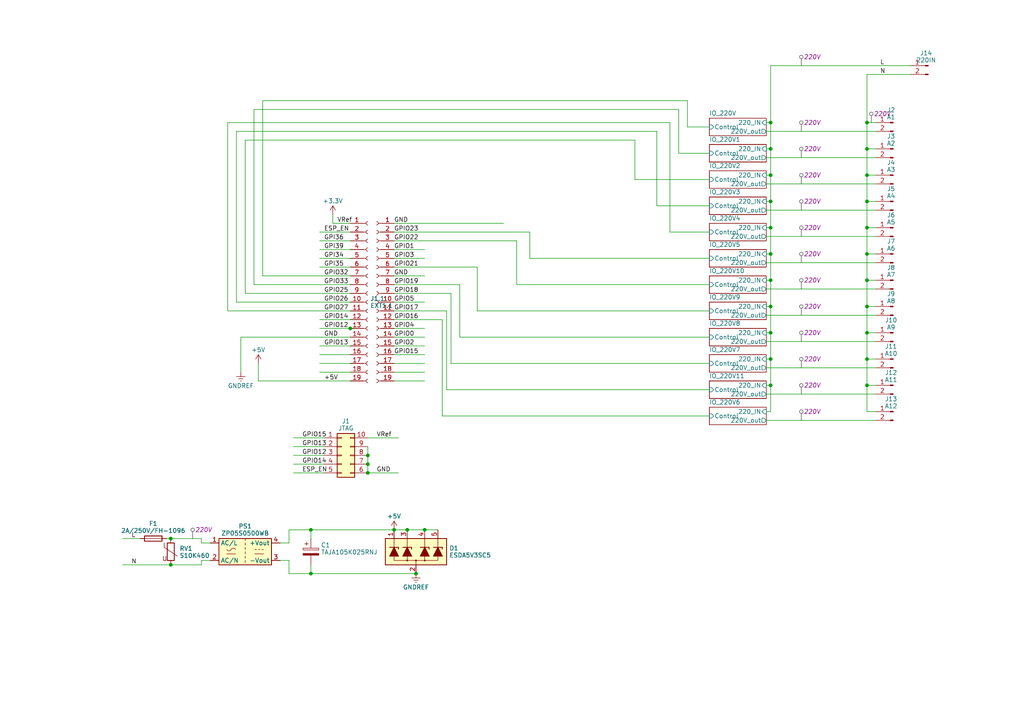
<source format=kicad_sch>
(kicad_sch (version 20230121) (generator eeschema)
  (paper "A4")
  (title_block (title "ISP32 Devkit LiPo Addon") (date "2023-09-20") (company "Wildsystems"))
  (lib_symbols
    (symbol "Capacitor_AKL:CP_SMD_Tantalum_Kemet-A_3216" (pin_numbers hide) (pin_names (offset 0.254))
      (property "Reference" "C" (at 0.635 2.54 0))
      (property "Value" "CP_SMD_Tantalum_Kemet-A_3216" (at 0.635 -2.54 0))
      (symbol "CP_SMD_Tantalum_Kemet-A_3216_0_1"
        (rectangle (start -2.286 0.508) (end 2.286 1.016))
        (polyline (pts (xy -1.778 2.286) (xy -0.762 2.286)))
        (polyline (pts (xy -1.27 2.794) (xy -1.27 1.778)))
        (rectangle (start 2.286 -0.508) (end -2.286 -1.016) (fill (type outline)))
      )
      (symbol "CP_SMD_Tantalum_Kemet-A_3216_1_1"
        (pin passive line (at 0 3.81 270) (length 2.794) (name "~") (number "1"))
        (pin passive line (at 0 -3.81 90) (length 2.794) (name "~") (number "2"))
      )
    )
    (symbol "Connector:Conn_01x02_Pin" (pin_names (offset 1.016) hide)
      (property "Reference" "J" (at 0 2.54 0))
      (property "Value" "Conn_01x02_Pin" (at 0 -5.08 0))
      (symbol "Conn_01x02_Pin_1_1"
        (polyline (pts (xy 1.27 -2.54) (xy 0.8636 -2.54)) (stroke (width 0.1524)))
        (polyline (pts (xy 1.27 0) (xy 0.8636 0)) (stroke (width 0.1524)))
        (rectangle (start 0.8636 -2.413) (end 0 -2.667) (stroke (width 0.1524)) (fill (type outline)))
        (rectangle (start 0.8636 0.127) (end 0 -0.127) (stroke (width 0.1524)) (fill (type outline)))
        (pin passive line (at 5.08 0 180) (length 3.81) (name "Pin_1") (number "1"))
        (pin passive line (at 5.08 -2.54 180) (length 3.81) (name "Pin_2") (number "2"))
      )
    )
    (symbol "Connector:Conn_01x19_Socket" (pin_names (offset 1.016) hide)
      (property "Reference" "J" (at 0 25.4 0))
      (property "Value" "Conn_01x19_Socket" (at 0 -25.4 0))
      (symbol "Conn_01x19_Socket_1_1"
        (arc (start 0 -22.352) (mid -0.5058 -22.86) (end 0 -23.368) (stroke (width 0.1524)))
        (arc (start 0 -19.812) (mid -0.5058 -20.32) (end 0 -20.828) (stroke (width 0.1524)))
        (arc (start 0 -17.272) (mid -0.5058 -17.78) (end 0 -18.288) (stroke (width 0.1524)))
        (arc (start 0 -14.732) (mid -0.5058 -15.24) (end 0 -15.748) (stroke (width 0.1524)))
        (arc (start 0 -12.192) (mid -0.5058 -12.7) (end 0 -13.208) (stroke (width 0.1524)))
        (arc (start 0 -9.652) (mid -0.5058 -10.16) (end 0 -10.668) (stroke (width 0.1524)))
        (arc (start 0 -7.112) (mid -0.5058 -7.62) (end 0 -8.128) (stroke (width 0.1524)))
        (arc (start 0 -4.572) (mid -0.5058 -5.08) (end 0 -5.588) (stroke (width 0.1524)))
        (arc (start 0 -2.032) (mid -0.5058 -2.54) (end 0 -3.048) (stroke (width 0.1524)))
        (polyline (pts (xy -1.27 -22.86) (xy -0.508 -22.86)) (stroke (width 0.1524)))
        (polyline (pts (xy -1.27 -20.32) (xy -0.508 -20.32)) (stroke (width 0.1524)))
        (polyline (pts (xy -1.27 -17.78) (xy -0.508 -17.78)) (stroke (width 0.1524)))
        (polyline (pts (xy -1.27 -15.24) (xy -0.508 -15.24)) (stroke (width 0.1524)))
        (polyline (pts (xy -1.27 -12.7) (xy -0.508 -12.7)) (stroke (width 0.1524)))
        (polyline (pts (xy -1.27 -10.16) (xy -0.508 -10.16)) (stroke (width 0.1524)))
        (polyline (pts (xy -1.27 -7.62) (xy -0.508 -7.62)) (stroke (width 0.1524)))
        (polyline (pts (xy -1.27 -5.08) (xy -0.508 -5.08)) (stroke (width 0.1524)))
        (polyline (pts (xy -1.27 -2.54) (xy -0.508 -2.54)) (stroke (width 0.1524)))
        (polyline (pts (xy -1.27 0) (xy -0.508 0)) (stroke (width 0.1524)))
        (polyline (pts (xy -1.27 2.54) (xy -0.508 2.54)) (stroke (width 0.1524)))
        (polyline (pts (xy -1.27 5.08) (xy -0.508 5.08)) (stroke (width 0.1524)))
        (polyline (pts (xy -1.27 7.62) (xy -0.508 7.62)) (stroke (width 0.1524)))
        (polyline (pts (xy -1.27 10.16) (xy -0.508 10.16)) (stroke (width 0.1524)))
        (polyline (pts (xy -1.27 12.7) (xy -0.508 12.7)) (stroke (width 0.1524)))
        (polyline (pts (xy -1.27 15.24) (xy -0.508 15.24)) (stroke (width 0.1524)))
        (polyline (pts (xy -1.27 17.78) (xy -0.508 17.78)) (stroke (width 0.1524)))
        (polyline (pts (xy -1.27 20.32) (xy -0.508 20.32)) (stroke (width 0.1524)))
        (polyline (pts (xy -1.27 22.86) (xy -0.508 22.86)) (stroke (width 0.1524)))
        (arc (start 0 0.508) (mid -0.5058 0) (end 0 -0.508) (stroke (width 0.1524)))
        (arc (start 0 3.048) (mid -0.5058 2.54) (end 0 2.032) (stroke (width 0.1524)))
        (arc (start 0 5.588) (mid -0.5058 5.08) (end 0 4.572) (stroke (width 0.1524)))
        (arc (start 0 8.128) (mid -0.5058 7.62) (end 0 7.112) (stroke (width 0.1524)))
        (arc (start 0 10.668) (mid -0.5058 10.16) (end 0 9.652) (stroke (width 0.1524)))
        (arc (start 0 13.208) (mid -0.5058 12.7) (end 0 12.192) (stroke (width 0.1524)))
        (arc (start 0 15.748) (mid -0.5058 15.24) (end 0 14.732) (stroke (width 0.1524)))
        (arc (start 0 18.288) (mid -0.5058 17.78) (end 0 17.272) (stroke (width 0.1524)))
        (arc (start 0 20.828) (mid -0.5058 20.32) (end 0 19.812) (stroke (width 0.1524)))
        (arc (start 0 23.368) (mid -0.5058 22.86) (end 0 22.352) (stroke (width 0.1524)))
        (pin passive line (at -5.08 22.86 0) (length 3.81) (name "Pin_1") (number "1"))
        (pin passive line (at -5.08 0 0) (length 3.81) (name "Pin_10") (number "10"))
        (pin passive line (at -5.08 -2.54 0) (length 3.81) (name "Pin_11") (number "11"))
        (pin passive line (at -5.08 -5.08 0) (length 3.81) (name "Pin_12") (number "12"))
        (pin passive line (at -5.08 -7.62 0) (length 3.81) (name "Pin_13") (number "13"))
        (pin passive line (at -5.08 -10.16 0) (length 3.81) (name "Pin_14") (number "14"))
        (pin passive line (at -5.08 -12.7 0) (length 3.81) (name "Pin_15") (number "15"))
        (pin passive line (at -5.08 -15.24 0) (length 3.81) (name "Pin_16") (number "16"))
        (pin passive line (at -5.08 -17.78 0) (length 3.81) (name "Pin_17") (number "17"))
        (pin passive line (at -5.08 -20.32 0) (length 3.81) (name "Pin_18") (number "18"))
        (pin passive line (at -5.08 -22.86 0) (length 3.81) (name "Pin_19") (number "19"))
        (pin passive line (at -5.08 20.32 0) (length 3.81) (name "Pin_2") (number "2"))
        (pin passive line (at -5.08 17.78 0) (length 3.81) (name "Pin_3") (number "3"))
        (pin passive line (at -5.08 15.24 0) (length 3.81) (name "Pin_4") (number "4"))
        (pin passive line (at -5.08 12.7 0) (length 3.81) (name "Pin_5") (number "5"))
        (pin passive line (at -5.08 10.16 0) (length 3.81) (name "Pin_6") (number "6"))
        (pin passive line (at -5.08 7.62 0) (length 3.81) (name "Pin_7") (number "7"))
        (pin passive line (at -5.08 5.08 0) (length 3.81) (name "Pin_8") (number "8"))
        (pin passive line (at -5.08 2.54 0) (length 3.81) (name "Pin_9") (number "9"))
      )
    )
    (symbol "Connector_Generic:Conn_02x05_Counter_Clockwise" (pin_names (offset 1.016) hide)
      (property "Reference" "J" (at 1.27 7.62 0))
      (property "Value" "Conn_02x05_Counter_Clockwise" (at 1.27 -7.62 0))
      (symbol "Conn_02x05_Counter_Clockwise_1_1"
        (rectangle (start -1.27 -4.953) (end 0 -5.207) (stroke (width 0.1524)))
        (rectangle (start -1.27 -2.413) (end 0 -2.667) (stroke (width 0.1524)))
        (rectangle (start -1.27 0.127) (end 0 -0.127) (stroke (width 0.1524)))
        (rectangle (start -1.27 2.667) (end 0 2.413) (stroke (width 0.1524)))
        (rectangle (start -1.27 5.207) (end 0 4.953) (stroke (width 0.1524)))
        (rectangle (start -1.27 6.35) (end 3.81 -6.35) (stroke (width 0.254)) (fill (type background)))
        (rectangle (start 3.81 -4.953) (end 2.54 -5.207) (stroke (width 0.1524)))
        (rectangle (start 3.81 -2.413) (end 2.54 -2.667) (stroke (width 0.1524)))
        (rectangle (start 3.81 0.127) (end 2.54 -0.127) (stroke (width 0.1524)))
        (rectangle (start 3.81 2.667) (end 2.54 2.413) (stroke (width 0.1524)))
        (rectangle (start 3.81 5.207) (end 2.54 4.953) (stroke (width 0.1524)))
        (pin passive line (at -5.08 5.08 0) (length 3.81) (name "Pin_1") (number "1"))
        (pin passive line (at 7.62 5.08 180) (length 3.81) (name "Pin_10") (number "10"))
        (pin passive line (at -5.08 2.54 0) (length 3.81) (name "Pin_2") (number "2"))
        (pin passive line (at -5.08 0 0) (length 3.81) (name "Pin_3") (number "3"))
        (pin passive line (at -5.08 -2.54 0) (length 3.81) (name "Pin_4") (number "4"))
        (pin passive line (at -5.08 -5.08 0) (length 3.81) (name "Pin_5") (number "5"))
        (pin passive line (at 7.62 -5.08 180) (length 3.81) (name "Pin_6") (number "6"))
        (pin passive line (at 7.62 -2.54 180) (length 3.81) (name "Pin_7") (number "7"))
        (pin passive line (at 7.62 0 180) (length 3.81) (name "Pin_8") (number "8"))
        (pin passive line (at 7.62 2.54 180) (length 3.81) (name "Pin_9") (number "9"))
      )
    )
    (symbol "Converter_ACDC:HLK-5M03"
      (property "Reference" "PS" (at 0 5.08 0))
      (property "Value" "HLK-5M03" (at 0 -5.08 0))
      (symbol "HLK-5M03_0_1"
        (rectangle (start -7.62 3.81) (end 7.62 -3.81) (stroke (width 0.254)) (fill (type background)))
        (arc (start -5.334 0.635) (mid -4.699 0.2495) (end -4.064 0.635))
        (arc (start -2.794 0.635) (mid -3.429 1.0072) (end -4.064 0.635))
        (polyline (pts (xy -5.334 -0.635) (xy -2.794 -0.635)))
        (polyline (pts (xy 0 -2.54) (xy 0 -3.175)))
        (polyline (pts (xy 0 -1.27) (xy 0 -1.905)))
        (polyline (pts (xy 0 0) (xy 0 -0.635)))
        (polyline (pts (xy 0 1.27) (xy 0 0.635)))
        (polyline (pts (xy 0 2.54) (xy 0 1.905)))
        (polyline (pts (xy 0 3.81) (xy 0 3.175)))
        (polyline (pts (xy 2.794 -0.635) (xy 5.334 -0.635)))
        (polyline (pts (xy 2.794 0.635) (xy 3.302 0.635)))
        (polyline (pts (xy 3.81 0.635) (xy 4.318 0.635)))
        (polyline (pts (xy 4.826 0.635) (xy 5.334 0.635)))
      )
      (symbol "HLK-5M03_1_1"
        (pin power_in line (at -10.16 2.54 0) (length 2.54) (name "AC/L") (number "1"))
        (pin power_in line (at -10.16 -2.54 0) (length 2.54) (name "AC/N") (number "2"))
        (pin power_out line (at 10.16 -2.54 180) (length 2.54) (name "-Vout") (number "3"))
        (pin power_out line (at 10.16 2.54 180) (length 2.54) (name "+Vout") (number "4"))
      )
    )
    (symbol "Device:Fuse" (pin_numbers hide) (pin_names (offset 0))
      (property "Reference" "F" (at 2.032 0 90))
      (property "Value" "Fuse" (at -1.905 0 90))
      (symbol "Fuse_0_1"
        (rectangle (start -0.762 -2.54) (end 0.762 2.54) (stroke (width 0.254)))
        (polyline (pts (xy 0 2.54) (xy 0 -2.54)))
      )
      (symbol "Fuse_1_1"
        (pin passive line (at 0 3.81 270) (length 1.27) (name "~") (number "1"))
        (pin passive line (at 0 -3.81 90) (length 1.27) (name "~") (number "2"))
      )
    )
    (symbol "Device:Varistor" (pin_numbers hide) (pin_names (offset 0))
      (property "Reference" "RV" (at 3.175 0 90))
      (property "Value" "Varistor" (at -3.175 0 90))
      (symbol "Varistor_0_0"
        (text "U" (at -1.778 -2.032 0) (effects (font (size 1.27 1.27))))
      )
      (symbol "Varistor_0_1"
        (rectangle (start -1.016 -2.54) (end 1.016 2.54) (stroke (width 0.254)))
        (polyline (pts (xy -1.905 2.54) (xy -1.905 1.27) (xy 1.905 -1.27)))
      )
      (symbol "Varistor_1_1"
        (pin passive line (at 0 3.81 270) (length 1.27) (name "~") (number "1"))
        (pin passive line (at 0 -3.81 90) (length 1.27) (name "~") (number "2"))
      )
    )
    (symbol "PCM_Diode_TVS_AKL:ESDA5V3SC5" (pin_names (offset 1.016) hide)
      (property "Reference" "D" (at 10.16 1.27 0))
      (property "Value" "ESDA5V3SC5" (at 10.16 -1.27 0))
      (symbol "ESDA5V3SC5_0_1"
        (circle (center -2.54 -2.54) (radius 0.1778) (fill (type outline)))
        (circle (center 0 -2.54) (radius 0.1778) (fill (type outline)))
        (polyline (pts (xy -6.35 1.27) (xy -6.35 2.54)))
        (polyline (pts (xy -6.35 2.54) (xy -6.35 3.81)))
        (polyline (pts (xy -2.54 -2.54) (xy -2.54 -1.27)))
        (polyline (pts (xy -2.54 1.27) (xy -2.54 2.54)))
        (polyline (pts (xy -2.54 2.54) (xy -2.54 3.81)))
        (polyline (pts (xy 0 -3.81) (xy 0 -2.54)))
        (polyline (pts (xy 2.54 -2.54) (xy 2.54 -1.27)))
        (polyline (pts (xy 2.54 1.27) (xy 2.54 2.54)))
        (polyline (pts (xy 2.54 2.54) (xy 2.54 3.81)))
        (polyline (pts (xy 6.35 1.27) (xy 6.35 2.54)))
        (polyline (pts (xy 6.35 2.54) (xy 6.35 3.81)))
        (polyline (pts (xy 6.35 -1.27) (xy 6.35 -2.54) (xy -6.35 -2.54) (xy -6.35 -1.27)))
        (circle (center 2.54 -2.54) (radius 0.1778) (fill (type outline)))
        (rectangle (start 8.89 3.81) (end -8.89 -3.81) (stroke (width 0.254)) (fill (type background)))
      )
      (symbol "ESDA5V3SC5_1_1"
        (polyline (pts (xy -7.62 1.27) (xy -5.08 1.27)) (stroke (width 0.254)))
        (polyline (pts (xy -6.35 -1.27) (xy -6.35 1.27)))
        (polyline (pts (xy -5.08 1.27) (xy -5.08 0.762)) (stroke (width 0.254)))
        (polyline (pts (xy -3.81 1.27) (xy -1.27 1.27)) (stroke (width 0.254)))
        (polyline (pts (xy -2.54 -1.27) (xy -2.54 1.27)))
        (polyline (pts (xy -1.27 1.27) (xy -1.27 0.762)) (stroke (width 0.254)))
        (polyline (pts (xy 1.27 1.27) (xy 3.81 1.27)) (stroke (width 0.254)))
        (polyline (pts (xy 2.54 -1.27) (xy 2.54 1.27)))
        (polyline (pts (xy 3.81 1.27) (xy 3.81 0.762)) (stroke (width 0.254)))
        (polyline (pts (xy 5.08 1.27) (xy 7.62 1.27)) (stroke (width 0.254)))
        (polyline (pts (xy 6.35 -1.27) (xy 6.35 1.27)))
        (polyline (pts (xy 7.62 1.27) (xy 7.62 0.762)) (stroke (width 0.254)))
        (polyline (pts (xy -5.08 -1.27) (xy -7.62 -1.27) (xy -6.35 1.27) (xy -5.08 -1.27)) (stroke (width 0.254)) (fill (type outline)))
        (polyline (pts (xy -1.27 -1.27) (xy -3.81 -1.27) (xy -2.54 1.27) (xy -1.27 -1.27)) (stroke (width 0.254)) (fill (type outline)))
        (polyline (pts (xy 3.81 -1.27) (xy 1.27 -1.27) (xy 2.54 1.27) (xy 3.81 -1.27)) (stroke (width 0.254)) (fill (type outline)))
        (polyline (pts (xy 7.62 -1.27) (xy 5.08 -1.27) (xy 6.35 1.27) (xy 7.62 -1.27)) (stroke (width 0.254)) (fill (type outline)))
        (pin passive line (at -6.35 6.35 270) (length 2.54) (name "L1") (number "1"))
        (pin passive line (at 0 -6.35 90) (length 2.54) (name "VN") (number "2"))
        (pin passive line (at -2.54 6.35 270) (length 2.54) (name "L2") (number "3"))
        (pin passive line (at 2.54 6.35 270) (length 2.54) (name "L3") (number "4"))
        (pin passive line (at 6.35 6.35 270) (length 2.54) (name "L4") (number "5"))
      )
    )
    (symbol "power:+3.3V" (power) (pin_names (offset 0))
      (property "Value" "+3.3V" (at 0 3.556 0))
      (symbol "+3.3V_0_1"
        (polyline (pts (xy -0.762 1.27) (xy 0 2.54)))
        (polyline (pts (xy 0 0) (xy 0 2.54)))
        (polyline (pts (xy 0 2.54) (xy 0.762 1.27)))
      )
      (symbol "+3.3V_1_1"
        (pin power_in line (at 0 0 90) (length 0) hide (name "+3.3V") (number "1"))
      )
    )
    (symbol "power:+5V" (power) (pin_names (offset 0))
      (property "Value" "+5V" (at 0 3.556 0))
      (symbol "+5V_0_1"
        (polyline (pts (xy -0.762 1.27) (xy 0 2.54)))
        (polyline (pts (xy 0 0) (xy 0 2.54)))
        (polyline (pts (xy 0 2.54) (xy 0.762 1.27)))
      )
      (symbol "+5V_1_1"
        (pin power_in line (at 0 0 90) (length 0) hide (name "+5V") (number "1"))
      )
    )
    (symbol "power:GNDREF" (power) (pin_names (offset 0))
      (property "Value" "GNDREF" (at 0 -3.81 0))
      (symbol "GNDREF_0_1"
        (polyline (pts (xy -0.635 -1.905) (xy 0.635 -1.905)))
        (polyline (pts (xy -0.127 -2.54) (xy 0.127 -2.54)))
        (polyline (pts (xy 0 -1.27) (xy 0 0)))
        (polyline (pts (xy 1.27 -1.27) (xy -1.27 -1.27)))
      )
      (symbol "GNDREF_1_1"
        (pin power_in line (at 0 0 270) (length 0) hide (name "GNDREF") (number "1"))
      )
    )
  )
  (junction (at 90.17 153.67))
  (junction (at 251.46 50.8))
  (junction (at 251.46 96.52))
  (junction (at 223.52 35.56))
  (junction (at 123.19 153.67))
  (junction (at 251.46 81.28))
  (junction (at 120.65 166.37))
  (junction (at 251.46 73.66))
  (junction (at 251.46 66.04))
  (junction (at 118.11 153.67))
  (junction (at 223.52 58.42))
  (junction (at 223.52 96.52))
  (junction (at 49.53 156.21))
  (junction (at 251.46 111.76))
  (junction (at 251.46 43.18))
  (junction (at 223.52 50.8))
  (junction (at 106.68 132.08))
  (junction (at 223.52 111.76))
  (junction (at 223.52 73.66))
  (junction (at 251.46 88.9))
  (junction (at 223.52 88.9))
  (junction (at 251.46 104.14))
  (junction (at 106.68 137.16))
  (junction (at 251.46 35.56))
  (junction (at 106.68 134.62))
  (junction (at 101.6 95.25))
  (junction (at 90.17 166.37))
  (junction (at 49.53 163.83))
  (junction (at 223.52 43.18))
  (junction (at 223.52 66.04))
  (junction (at 114.3 153.67))
  (junction (at 223.52 81.28))
  (junction (at 251.46 58.42))
  (junction (at 223.52 104.14))
  (wire (pts (xy 190.5 59.69) (xy 205.74 59.69)))
  (wire (pts (xy 223.52 119.38) (xy 222.25 119.38)))
  (wire (pts (xy 90.17 153.67) (xy 90.17 156.21)))
  (wire (pts (xy 68.58 87.63) (xy 101.6 87.63)))
  (wire (pts (xy 58.42 163.83) (xy 58.42 162.56)))
  (wire (pts (xy 149.86 82.55) (xy 205.74 82.55)))
  (wire (pts (xy 133.35 82.55) (xy 133.35 97.79)))
  (wire (pts (xy 73.66 31.75) (xy 196.85 31.75)))
  (wire (pts (xy 58.42 162.56) (xy 60.96 162.56)))
  (wire (pts (xy 83.82 162.56) (xy 83.82 166.37)))
  (wire (pts (xy 222.25 50.8) (xy 223.52 50.8)))
  (wire (pts (xy 123.19 105.41) (xy 114.3 105.41)))
  (wire (pts (xy 35.56 163.83) (xy 49.53 163.83)))
  (wire (pts (xy 223.52 66.04) (xy 223.52 73.66)))
  (wire (pts (xy 194.31 35.56) (xy 194.31 67.31)))
  (wire (pts (xy 251.46 96.52) (xy 251.46 104.14)))
  (wire (pts (xy 251.46 111.76) (xy 251.46 119.38)))
  (wire (pts (xy 223.52 19.05) (xy 223.52 35.56)))
  (wire (pts (xy 222.25 104.14) (xy 223.52 104.14)))
  (wire (pts (xy 223.52 35.56) (xy 223.52 43.18)))
  (wire (pts (xy 222.25 43.18) (xy 223.52 43.18)))
  (wire (pts (xy 251.46 50.8) (xy 254 50.8)))
  (wire (pts (xy 58.42 157.48) (xy 60.96 157.48)))
  (wire (pts (xy 222.25 91.44) (xy 254 91.44)))
  (wire (pts (xy 251.46 104.14) (xy 251.46 111.76)))
  (wire (pts (xy 251.46 66.04) (xy 251.46 73.66)))
  (wire (pts (xy 251.46 58.42) (xy 254 58.42)))
  (wire (pts (xy 251.46 66.04) (xy 254 66.04)))
  (wire (pts (xy 222.25 96.52) (xy 223.52 96.52)))
  (wire (pts (xy 123.19 72.39) (xy 114.3 72.39)))
  (wire (pts (xy 114.3 85.09) (xy 130.81 85.09)))
  (wire (pts (xy 223.52 96.52) (xy 223.52 104.14)))
  (wire (pts (xy 92.71 95.25) (xy 101.6 95.25)))
  (wire (pts (xy 251.46 35.56) (xy 251.46 43.18)))
  (wire (pts (xy 48.26 156.21) (xy 49.53 156.21)))
  (wire (pts (xy 71.12 85.09) (xy 101.6 85.09)))
  (wire (pts (xy 123.19 95.25) (xy 114.3 95.25)))
  (wire (pts (xy 223.52 111.76) (xy 223.52 119.38)))
  (wire (pts (xy 138.43 77.47) (xy 138.43 90.17)))
  (wire (pts (xy 223.52 88.9) (xy 223.52 96.52)))
  (wire (pts (xy 92.71 102.87) (xy 101.6 102.87)))
  (wire (pts (xy 49.53 156.21) (xy 58.42 156.21)))
  (wire (pts (xy 83.82 166.37) (xy 90.17 166.37)))
  (wire (pts (xy 251.46 119.38) (xy 254 119.38)))
  (wire (pts (xy 222.25 60.96) (xy 254 60.96)))
  (wire (pts (xy 114.3 92.71) (xy 128.27 92.71)))
  (wire (pts (xy 222.25 73.66) (xy 223.52 73.66)))
  (wire (pts (xy 69.85 107.95) (xy 69.85 97.79)))
  (wire (pts (xy 123.19 153.67) (xy 118.11 153.67)))
  (wire (pts (xy 76.2 29.21) (xy 76.2 80.01)))
  (wire (pts (xy 92.71 69.85) (xy 101.6 69.85)))
  (wire (pts (xy 222.25 66.04) (xy 223.52 66.04)))
  (wire (pts (xy 123.19 97.79) (xy 114.3 97.79)))
  (wire (pts (xy 101.6 92.71) (xy 92.71 92.71)))
  (wire (pts (xy 66.04 35.56) (xy 194.31 35.56)))
  (wire (pts (xy 115.57 127) (xy 106.68 127)))
  (wire (pts (xy 49.53 163.83) (xy 58.42 163.83)))
  (wire (pts (xy 130.81 105.41) (xy 205.74 105.41)))
  (wire (pts (xy 222.25 76.2) (xy 254 76.2)))
  (wire (pts (xy 92.71 77.47) (xy 101.6 77.47)))
  (wire (pts (xy 222.25 99.06) (xy 254 99.06)))
  (wire (pts (xy 251.46 73.66) (xy 251.46 81.28)))
  (wire (pts (xy 149.86 69.85) (xy 149.86 82.55)))
  (wire (pts (xy 153.67 74.93) (xy 205.74 74.93)))
  (wire (pts (xy 123.19 153.67) (xy 127 153.67)))
  (wire (pts (xy 74.93 110.49) (xy 101.6 110.49)))
  (wire (pts (xy 76.2 29.21) (xy 199.39 29.21)))
  (wire (pts (xy 251.46 50.8) (xy 251.46 58.42)))
  (wire (pts (xy 58.42 156.21) (xy 58.42 157.48)))
  (wire (pts (xy 92.71 67.31) (xy 101.6 67.31)))
  (wire (pts (xy 106.68 129.54) (xy 106.68 132.08)))
  (wire (pts (xy 96.52 64.77) (xy 101.6 64.77)))
  (wire (pts (xy 222.25 83.82) (xy 254 83.82)))
  (wire (pts (xy 184.15 40.64) (xy 184.15 52.07)))
  (wire (pts (xy 114.3 69.85) (xy 149.86 69.85)))
  (wire (pts (xy 129.54 113.03) (xy 205.74 113.03)))
  (wire (pts (xy 71.12 85.09) (xy 71.12 40.64)))
  (wire (pts (xy 90.17 153.67) (xy 114.3 153.67)))
  (wire (pts (xy 184.15 52.07) (xy 205.74 52.07)))
  (wire (pts (xy 190.5 38.1) (xy 190.5 59.69)))
  (wire (pts (xy 199.39 29.21) (xy 199.39 36.83)))
  (wire (pts (xy 223.52 43.18) (xy 223.52 50.8)))
  (wire (pts (xy 83.82 157.48) (xy 83.82 153.67)))
  (wire (pts (xy 129.54 90.17) (xy 129.54 113.03)))
  (wire (pts (xy 85.09 132.08) (xy 93.98 132.08)))
  (wire (pts (xy 114.3 82.55) (xy 133.35 82.55)))
  (wire (pts (xy 223.52 50.8) (xy 223.52 58.42)))
  (wire (pts (xy 196.85 31.75) (xy 196.85 44.45)))
  (wire (pts (xy 223.52 19.05) (xy 264.16 19.05)))
  (wire (pts (xy 199.39 36.83) (xy 205.74 36.83)))
  (wire (pts (xy 123.19 107.95) (xy 114.3 107.95)))
  (wire (pts (xy 118.11 153.67) (xy 114.3 153.67)))
  (wire (pts (xy 71.12 40.64) (xy 184.15 40.64)))
  (wire (pts (xy 123.19 102.87) (xy 114.3 102.87)))
  (wire (pts (xy 92.71 107.95) (xy 101.6 107.95)))
  (wire (pts (xy 222.25 45.72) (xy 254 45.72)))
  (wire (pts (xy 222.25 38.1) (xy 254 38.1)))
  (wire (pts (xy 106.68 132.08) (xy 106.68 134.62)))
  (wire (pts (xy 90.17 163.83) (xy 90.17 166.37)))
  (wire (pts (xy 114.3 67.31) (xy 153.67 67.31)))
  (wire (pts (xy 68.58 38.1) (xy 190.5 38.1)))
  (wire (pts (xy 123.19 87.63) (xy 114.3 87.63)))
  (wire (pts (xy 251.46 111.76) (xy 254 111.76)))
  (wire (pts (xy 85.09 137.16) (xy 93.98 137.16)))
  (wire (pts (xy 251.46 21.59) (xy 251.46 35.56)))
  (wire (pts (xy 92.71 105.41) (xy 101.6 105.41)))
  (wire (pts (xy 153.67 67.31) (xy 153.67 74.93)))
  (wire (pts (xy 90.17 166.37) (xy 120.65 166.37)))
  (wire (pts (xy 73.66 82.55) (xy 101.6 82.55)))
  (wire (pts (xy 68.58 38.1) (xy 68.58 87.63)))
  (wire (pts (xy 222.25 58.42) (xy 223.52 58.42)))
  (wire (pts (xy 251.46 88.9) (xy 251.46 96.52)))
  (wire (pts (xy 83.82 153.67) (xy 90.17 153.67)))
  (wire (pts (xy 96.52 62.23) (xy 96.52 64.77)))
  (wire (pts (xy 222.25 106.68) (xy 254 106.68)))
  (wire (pts (xy 133.35 97.79) (xy 205.74 97.79)))
  (wire (pts (xy 222.25 68.58) (xy 254 68.58)))
  (wire (pts (xy 92.71 74.93) (xy 101.6 74.93)))
  (wire (pts (xy 251.46 73.66) (xy 254 73.66)))
  (wire (pts (xy 66.04 90.17) (xy 66.04 35.56)))
  (wire (pts (xy 223.52 104.14) (xy 223.52 111.76)))
  (wire (pts (xy 81.28 162.56) (xy 83.82 162.56)))
  (wire (pts (xy 92.71 72.39) (xy 101.6 72.39)))
  (wire (pts (xy 251.46 96.52) (xy 254 96.52)))
  (wire (pts (xy 106.68 137.16) (xy 115.57 137.16)))
  (wire (pts (xy 102.87 95.25) (xy 101.6 95.25)))
  (wire (pts (xy 251.46 88.9) (xy 254 88.9)))
  (wire (pts (xy 138.43 90.17) (xy 205.74 90.17)))
  (wire (pts (xy 223.52 73.66) (xy 223.52 81.28)))
  (wire (pts (xy 73.66 31.75) (xy 73.66 82.55)))
  (wire (pts (xy 114.3 90.17) (xy 129.54 90.17)))
  (wire (pts (xy 76.2 80.01) (xy 101.6 80.01)))
  (wire (pts (xy 251.46 35.56) (xy 254 35.56)))
  (wire (pts (xy 123.19 80.01) (xy 114.3 80.01)))
  (wire (pts (xy 66.04 90.17) (xy 101.6 90.17)))
  (wire (pts (xy 69.85 97.79) (xy 101.6 97.79)))
  (wire (pts (xy 222.25 81.28) (xy 223.52 81.28)))
  (wire (pts (xy 251.46 43.18) (xy 251.46 50.8)))
  (wire (pts (xy 222.25 88.9) (xy 223.52 88.9)))
  (wire (pts (xy 35.56 156.21) (xy 40.64 156.21)))
  (wire (pts (xy 251.46 58.42) (xy 251.46 66.04)))
  (wire (pts (xy 222.25 111.76) (xy 223.52 111.76)))
  (wire (pts (xy 130.81 85.09) (xy 130.81 105.41)))
  (wire (pts (xy 92.71 100.33) (xy 101.6 100.33)))
  (wire (pts (xy 74.93 105.41) (xy 74.93 110.49)))
  (wire (pts (xy 223.52 58.42) (xy 223.52 66.04)))
  (wire (pts (xy 106.68 134.62) (xy 106.68 137.16)))
  (wire (pts (xy 194.31 67.31) (xy 205.74 67.31)))
  (wire (pts (xy 114.3 64.77) (xy 146.05 64.77)))
  (wire (pts (xy 251.46 43.18) (xy 254 43.18)))
  (wire (pts (xy 85.09 127) (xy 93.98 127)))
  (wire (pts (xy 251.46 104.14) (xy 254 104.14)))
  (wire (pts (xy 222.25 35.56) (xy 223.52 35.56)))
  (wire (pts (xy 114.3 77.47) (xy 138.43 77.47)))
  (wire (pts (xy 196.85 44.45) (xy 205.74 44.45)))
  (wire (pts (xy 85.09 134.62) (xy 93.98 134.62)))
  (wire (pts (xy 222.25 121.92) (xy 254 121.92)))
  (wire (pts (xy 85.09 129.54) (xy 93.98 129.54)))
  (wire (pts (xy 251.46 81.28) (xy 251.46 88.9)))
  (wire (pts (xy 222.25 53.34) (xy 254 53.34)))
  (wire (pts (xy 128.27 92.71) (xy 128.27 120.65)))
  (wire (pts (xy 123.19 74.93) (xy 114.3 74.93)))
  (wire (pts (xy 123.19 100.33) (xy 114.3 100.33)))
  (wire (pts (xy 123.19 110.49) (xy 114.3 110.49)))
  (wire (pts (xy 222.25 114.3) (xy 254 114.3)))
  (wire (pts (xy 81.28 157.48) (xy 83.82 157.48)))
  (wire (pts (xy 128.27 120.65) (xy 205.74 120.65)))
  (wire (pts (xy 251.46 81.28) (xy 254 81.28)))
  (wire (pts (xy 251.46 21.59) (xy 264.16 21.59)))
  (wire (pts (xy 223.52 81.28) (xy 223.52 88.9)))
  (label "+5V" (at 93.98 110.49 0))
  (label "GPIO12" (at 93.98 95.25 0))
  (label "GPIO16" (at 114.3 92.71 0))
  (label "GPIO33" (at 93.98 82.55 0))
  (label "GPIO15" (at 114.3 102.87 0))
  (label "VRef" (at 97.79 64.77 0))
  (label "GPIO5" (at 114.3 87.63 0))
  (label "GND" (at 93.98 97.79 0))
  (label "L" (at 255.27 19.05 0))
  (label "GPIO13" (at 87.63 129.54 0))
  (label "GPIO19" (at 114.3 82.55 0))
  (label "GPIO32" (at 93.98 80.01 0))
  (label "L" (at 38.1 156.21 0))
  (label "N" (at 38.1 163.83 0))
  (label "GPIO0" (at 114.3 97.79 0))
  (label "ESP_EN" (at 87.63 137.16 0))
  (label "GND" (at 114.3 80.01 0))
  (label "GPI36" (at 93.98 69.85 0))
  (label "GPIO21" (at 114.3 77.47 0))
  (label "GPIO25" (at 93.98 85.09 0))
  (label "GPIO1" (at 114.3 72.39 0))
  (label "GPI39" (at 93.98 72.39 0))
  (label "GPIO23" (at 114.3 67.31 0))
  (label "GPIO22" (at 114.3 69.85 0))
  (label "GPIO18" (at 114.3 85.09 0))
  (label "GND" (at 114.3 64.77 0))
  (label "N" (at 255.27 21.59 0))
  (label "GPIO12" (at 87.63 132.08 0))
  (label "GPIO2" (at 114.3 100.33 0))
  (label "GPIO17" (at 114.3 90.17 0))
  (label "GPIO15" (at 87.63 127 0))
  (label "VRef" (at 109.22 127 0))
  (label "GPIO13" (at 93.98 100.33 0))
  (label "GPIO27" (at 93.98 90.17 0))
  (label "GND" (at 109.22 137.16 0))
  (label "GPI35" (at 93.98 77.47 0))
  (label "ESP_EN" (at 93.98 67.31 0))
  (label "GPIO14" (at 87.63 134.62 0))
  (label "GPIO26" (at 93.98 87.63 0))
  (label "GPIO4" (at 114.3 95.25 0))
  (label "GPI34" (at 93.98 74.93 0))
  (label "GPIO14" (at 93.98 92.71 0))
  (label "GPIO3" (at 114.3 74.93 0))
  (netclass_flag "" (length 2.54) (shape round) (at 55.88 156.21 0) (property "Netclass" "220V" (at 56.5785 153.67 0) (effects (font italic) (justify left))))
  (netclass_flag "" (length 2.54) (shape round) (at 232.41 45.72 0) (property "Netclass" "220V" (at 233.1085 43.18 0) (effects (font italic) (justify left))))
  (netclass_flag "" (length 2.54) (shape round) (at 232.41 83.82 0) (property "Netclass" "220V" (at 233.1085 81.28 0) (effects (font italic) (justify left))))
  (netclass_flag "" (length 2.54) (shape round) (at 232.41 121.92 0) (property "Netclass" "220V" (at 233.1085 119.38 0) (effects (font italic) (justify left))))
  (netclass_flag "" (length 2.54) (shape round) (at 232.41 53.34 0) (property "Netclass" "220V" (at 233.1085 50.8 0) (effects (font italic) (justify left))))
  (netclass_flag "" (length 2.54) (shape round) (at 252.73 35.56 0) (property "Netclass" "220V" (at 253.4285 33.02 0) (effects (font italic) (justify left))))
  (netclass_flag "" (length 2.54) (shape round) (at 232.41 38.1 0) (property "Netclass" "220V" (at 233.1085 35.56 0) (effects (font italic) (justify left))))
  (netclass_flag "" (length 2.54) (shape round) (at 232.41 76.2 0) (property "Netclass" "220V" (at 233.1085 73.66 0) (effects (font italic) (justify left))))
  (netclass_flag "" (length 2.54) (shape round) (at 232.41 68.58 0) (property "Netclass" "220V" (at 233.1085 66.04 0) (effects (font italic) (justify left))))
  (netclass_flag "" (length 2.54) (shape round) (at 232.41 60.96 0) (property "Netclass" "220V" (at 233.1085 58.42 0) (effects (font italic) (justify left))))
  (netclass_flag "" (length 2.54) (shape round) (at 232.41 99.06 0) (property "Netclass" "220V" (at 233.1085 96.52 0) (effects (font italic) (justify left))))
  (netclass_flag "" (length 2.54) (shape round) (at 232.41 114.3 0) (property "Netclass" "220V" (at 233.1085 111.76 0) (effects (font italic) (justify left))))
  (netclass_flag "" (length 2.54) (shape round) (at 232.41 91.44 0) (property "Netclass" "220V" (at 233.1085 88.9 0) (effects (font italic) (justify left))))
  (netclass_flag "" (length 2.54) (shape round) (at 232.41 19.05 0) (property "Netclass" "220V" (at 233.1085 16.51 0) (effects (font italic) (justify left))))
  (netclass_flag "" (length 2.54) (shape round) (at 232.41 106.68 0) (property "Netclass" "220V" (at 233.1085 104.14 0) (effects (font italic) (justify left))))
  (symbol (lib_id "Connector:Conn_01x02_Pin") (at 259.08 58.42 0) (mirror y) (unit 1)
    (property "Reference" "J5" (at 258.445 54.7638 0))
    (property "Value" "A4" (at 258.445 56.8118 0))
    (property "Footprint" "My Footprints:DG500-5.0-02P" (effects hide))
    (property "Datasheet" "https://store.comet.bg/download-file.php?id=2456" (effects hide))
    (property "Comet Part id" "DG500-5.0-02P" (effects hide))
  )
  (symbol (lib_id "Connector:Conn_01x02_Pin") (at 259.08 104.14 0) (mirror y) (unit 1)
    (property "Reference" "J11" (at 258.445 100.4838 0))
    (property "Value" "A10" (at 258.445 102.5318 0))
    (property "Footprint" "My Footprints:DG500-5.0-02P" (effects hide))
    (property "Datasheet" "https://store.comet.bg/download-file.php?id=2456" (effects hide))
    (property "Comet Part id" "DG500-5.0-02P" (effects hide))
  )
  (symbol (lib_id "Capacitor_AKL:CP_SMD_Tantalum_Kemet-A_3216") (at 90.17 160.02 0) (unit 1)
    (property "Reference" "C1" (at 93.091 158.107 0) (effects (justify left)))
    (property "Value" "TAJA105K025RNJ" (at 93.091 160.155 0) (effects (justify left)))
    (property "Footprint" "Capacitor_Tantalum_SMD_AKL:CP_EIA-3216-18_Kemet-A" (effects hide))
  )
  (symbol (lib_id "Connector:Conn_01x19_Socket") (at 106.68 87.63 0) (unit 1)
    (property "Reference" "J1.1" (at 107.3912 86.606 0) (effects (justify left)))
    (property "Value" "EXT1.1" (at 107.3912 88.654 0) (effects (justify left)))
    (property "Footprint" "Connector_PinHeader_2.54mm:PinHeader_1x19_P2.54mm_Vertical" (effects hide))
  )
  (symbol (lib_id "Device:Fuse") (at 44.45 156.21 90) (unit 1)
    (property "Reference" "F1" (at 44.45 151.868 90))
    (property "Value" "2A/250V/FH-1096" (at 44.45 153.916 90))
    (property "Footprint" "Fuse:Fuseholder_Clip-5x20mm_Bel_FC-203-22_Lateral_P17.80x5.00mm_D1.17mm_Horizontal" (effects hide))
  )
  (symbol (lib_id "Device:Varistor") (at 49.53 160.02 0) (unit 1)
    (property "Reference" "RV1" (at 52.0699 159.0952 0) (effects (justify left)))
    (property "Value" "S10K460" (at 52.0699 161.1432 0) (effects (justify left)))
    (property "Footprint" "Varistor:RV_Disc_D12mm_W7.9mm_P7.5mm" (effects hide))
    (property "Sim.Name" "kicad_builtin_varistor" (effects hide))
    (property "Sim.Device" "SUBCKT" (effects hide))
    (property "Sim.Pins" "1=A 2=B" (effects hide))
    (property "Sim.Params" "threshold=1k" (effects hide))
    (property "Sim.Library" "${KICAD7_SYMBOL_DIR}/Simulation_SPICE.sp" (effects hide))
  )
  (symbol (lib_id "power:GNDREF") (at 69.85 107.95 0) (unit 1)
    (property "Reference" "#PWR01" (effects hide))
    (property "Value" "GNDREF" (at 69.85 111.895 0))
  )
  (symbol (lib_id "power:+3.3V") (at 96.52 62.23 0) (unit 1)
    (property "Reference" "#PWR03" (effects hide))
    (property "Value" "+3.3V" (at 96.52 58.285 0))
  )
  (symbol (lib_id "Connector:Conn_01x02_Pin") (at 259.08 111.76 0) (mirror y) (unit 1)
    (property "Reference" "J12" (at 258.445 108.1038 0))
    (property "Value" "A11" (at 258.445 110.1518 0))
    (property "Footprint" "My Footprints:DG500-5.0-02P" (effects hide))
    (property "Datasheet" "https://store.comet.bg/download-file.php?id=2456" (effects hide))
    (property "Comet Part id" "DG500-5.0-02P" (effects hide))
  )
  (symbol (lib_id "Connector:Conn_01x02_Pin") (at 269.24 19.05 0) (mirror y) (unit 1)
    (property "Reference" "J14" (at 268.605 15.3938 0))
    (property "Value" "220IN" (at 268.605 17.4418 0))
    (property "Footprint" "My Footprints:DG500-5.0-02P" (effects hide))
    (property "Datasheet" "https://store.comet.bg/download-file.php?id=2456" (effects hide))
    (property "Comet Part id" "DG500-5.0-02P" (effects hide))
  )
  (symbol (lib_id "power:+5V") (at 114.3 153.67 0) (unit 1)
    (property "Reference" "#PWR04" (effects hide))
    (property "Value" "+5V" (at 114.3 149.725 0))
  )
  (symbol (lib_id "Connector:Conn_01x02_Pin") (at 259.08 73.66 0) (mirror y) (unit 1)
    (property "Reference" "J7" (at 258.445 70.0038 0))
    (property "Value" "A6" (at 258.445 72.0518 0))
    (property "Footprint" "My Footprints:DG500-5.0-02P" (effects hide))
    (property "Datasheet" "https://store.comet.bg/download-file.php?id=2456" (effects hide))
    (property "Comet Part id" "DG500-5.0-02P" (effects hide))
  )
  (symbol (lib_id "Connector:Conn_01x02_Pin") (at 259.08 66.04 0) (mirror y) (unit 1)
    (property "Reference" "J6" (at 258.445 62.3838 0))
    (property "Value" "A5" (at 258.445 64.4318 0))
    (property "Footprint" "My Footprints:DG500-5.0-02P" (effects hide))
    (property "Datasheet" "https://store.comet.bg/download-file.php?id=2456" (effects hide))
    (property "Comet Part id" "DG500-5.0-02P" (effects hide))
  )
  (symbol (lib_id "PCM_Diode_TVS_AKL:ESDA5V3SC5") (at 120.65 160.02 0) (unit 1)
    (property "Reference" "D1" (at 130.302 158.996 0) (effects (justify left)))
    (property "Value" "ESDA5V3SC5" (at 130.302 161.044 0) (effects (justify left)))
    (property "Footprint" "Package_TO_SOT_SMD_AKL:SOT-23-5" (effects hide))
    (property "Datasheet" "https://www.tme.eu/Document/655f0152782971dfcf5646da23715810/ESDAxxSCx.pdf" (effects hide))
  )
  (symbol (lib_id "power:+5V") (at 74.93 105.41 0) (unit 1)
    (property "Reference" "#PWR02" (effects hide))
    (property "Value" "+5V" (at 74.93 101.465 0))
  )
  (symbol (lib_id "Connector:Conn_01x02_Pin") (at 259.08 43.18 0) (mirror y) (unit 1)
    (property "Reference" "J3" (at 258.445 39.5238 0))
    (property "Value" "A2" (at 258.445 41.5718 0))
    (property "Footprint" "My Footprints:DG500-5.0-02P" (effects hide))
    (property "Datasheet" "https://store.comet.bg/download-file.php?id=2456" (effects hide))
    (property "Comet Part id" "DG500-5.0-02P" (effects hide))
  )
  (symbol (lib_id "Connector:Conn_01x19_Socket") (at 109.22 87.63 0) (mirror y) (unit 1)
    (property "Reference" "J1.2" (effects hide))
    (property "Value" "EXT1.2" (effects hide))
    (property "Footprint" "Connector_PinHeader_2.54mm:PinHeader_1x19_P2.54mm_Vertical" (effects hide))
  )
  (symbol (lib_id "Connector:Conn_01x02_Pin") (at 259.08 35.56 0) (mirror y) (unit 1)
    (property "Reference" "J2" (at 258.445 31.9038 0))
    (property "Value" "A1" (at 258.445 33.9518 0))
    (property "Footprint" "My Footprints:DG500-5.0-02P" (effects hide))
    (property "Datasheet" "https://store.comet.bg/download-file.php?id=2456" (effects hide))
    (property "Comet Part id" "DG500-5.0-02P" (effects hide))
  )
  (symbol (lib_id "Connector:Conn_01x02_Pin") (at 259.08 88.9 0) (mirror y) (unit 1)
    (property "Reference" "J9" (at 258.445 85.2438 0))
    (property "Value" "A8" (at 258.445 87.2918 0))
    (property "Footprint" "My Footprints:DG500-5.0-02P" (effects hide))
    (property "Datasheet" "https://store.comet.bg/download-file.php?id=2456" (effects hide))
    (property "Comet Part id" "DG500-5.0-02P" (effects hide))
  )
  (symbol (lib_id "Connector_Generic:Conn_02x05_Counter_Clockwise") (at 99.06 132.08 0) (unit 1)
    (property "Reference" "J1" (at 100.33 122.15 0))
    (property "Value" "JTAG" (at 100.33 124.198 0))
    (property "Footprint" "Connector:Tag-Connect_TC2050-IDC-FP_2x05_P1.27mm_Vertical" (effects hide))
  )
  (symbol (lib_id "Connector:Conn_01x02_Pin") (at 259.08 119.38 0) (mirror y) (unit 1)
    (property "Reference" "J13" (at 258.445 115.7238 0))
    (property "Value" "A12" (at 258.445 117.7718 0))
    (property "Footprint" "My Footprints:DG500-5.0-02P" (effects hide))
    (property "Datasheet" "https://store.comet.bg/download-file.php?id=2456" (effects hide))
    (property "Comet Part id" "DG500-5.0-02P" (effects hide))
  )
  (symbol (lib_id "Connector:Conn_01x02_Pin") (at 259.08 96.52 0) (mirror y) (unit 1)
    (property "Reference" "J10" (at 258.445 92.8638 0))
    (property "Value" "A9" (at 258.445 94.9118 0))
    (property "Footprint" "My Footprints:DG500-5.0-02P" (effects hide))
    (property "Datasheet" "https://store.comet.bg/download-file.php?id=2456" (effects hide))
    (property "Comet Part id" "DG500-5.0-02P" (effects hide))
  )
  (symbol (lib_id "Connector:Conn_01x02_Pin") (at 259.08 50.8 0) (mirror y) (unit 1)
    (property "Reference" "J4" (at 258.445 47.1438 0))
    (property "Value" "A3" (at 258.445 49.1918 0))
    (property "Footprint" "My Footprints:DG500-5.0-02P" (effects hide))
    (property "Datasheet" "https://store.comet.bg/download-file.php?id=2456" (effects hide))
    (property "Comet Part id" "DG500-5.0-02P" (effects hide))
  )
  (symbol (lib_id "Connector:Conn_01x02_Pin") (at 259.08 81.28 0) (mirror y) (unit 1)
    (property "Reference" "J8" (at 258.445 77.6238 0))
    (property "Value" "A7" (at 258.445 79.6718 0))
    (property "Footprint" "My Footprints:DG500-5.0-02P" (effects hide))
    (property "Datasheet" "https://store.comet.bg/download-file.php?id=2456" (effects hide))
    (property "Comet Part id" "DG500-5.0-02P" (effects hide))
  )
  (symbol (lib_id "power:GNDREF") (at 120.65 166.37 0) (unit 1)
    (property "Reference" "#PWR05" (effects hide))
    (property "Value" "GNDREF" (at 120.65 170.315 0))
  )
  (symbol (lib_id "Converter_ACDC:HLK-5M03") (at 71.12 160.02 0) (unit 1)
    (property "Reference" "PS1" (at 71.12 152.63 0))
    (property "Value" "ZP05S0500WB" (at 71.12 154.678 0))
    (property "Footprint" "My Footprints:ZP05SXX00WB" (effects hide))
    (property "Datasheet" "http://h.hlktech.com/download/ACDC%E7%94%B5%E6%BA%90%E6%A8%A1%E5%9D%975W%E7%B3%BB%E5%88%97/1/%E6%B5%B7%E5%87%8C%E7%A7%915W%E7%B3%BB%E5%88%97%E7%94%B5%E6%BA%90%E6%A8%A1%E5%9D%97%E8%A7%84%E6%A0%BC%E4%B9%A6V2.8.pdf" (effects hide))
  )
  (sheet (at 205.74 87.63) (size 16.51 5.08) (stroke (width 0.1524))
    (property "Sheetname" "IO_220V9" (at 205.74 86.9184 0) (effects (justify left bottom)))
    (property "Sheetfile" "io220v.kicad_sch" (effects hide))
    (pin "Control" input (at 205.74 90.17 180))
    (pin "220_IN" input (at 222.25 88.9 0))
    (pin "220V_out" output (at 222.25 91.44 0))
  )
  (sheet (at 205.74 80.01) (size 16.51 5.08) (stroke (width 0.1524))
    (property "Sheetname" "IO_220V10" (at 205.74 79.2984 0) (effects (justify left bottom)))
    (property "Sheetfile" "io220v.kicad_sch" (effects hide))
    (pin "Control" input (at 205.74 82.55 180))
    (pin "220_IN" input (at 222.25 81.28 0))
    (pin "220V_out" output (at 222.25 83.82 0))
  )
  (sheet (at 205.74 118.11) (size 16.51 5.08) (stroke (width 0.1524))
    (property "Sheetname" "IO_220V6" (at 205.74 117.3984 0) (effects (justify left bottom)))
    (property "Sheetfile" "io220v.kicad_sch" (effects hide))
    (pin "Control" input (at 205.74 120.65 180))
    (pin "220_IN" input (at 222.25 119.38 0))
    (pin "220V_out" output (at 222.25 121.92 0))
  )
  (sheet (at 205.74 34.29) (size 16.51 5.08) (stroke (width 0.1524))
    (property "Sheetname" "IO_220V" (at 205.74 33.5784 0) (effects (justify left bottom)))
    (property "Sheetfile" "io220v.kicad_sch" (effects hide))
    (pin "Control" input (at 205.74 36.83 180))
    (pin "220_IN" input (at 222.25 35.56 0))
    (pin "220V_out" output (at 222.25 38.1 0))
  )
  (sheet (at 205.74 41.91) (size 16.51 5.08) (stroke (width 0.1524))
    (property "Sheetname" "IO_220V1" (at 205.74 41.1984 0) (effects (justify left bottom)))
    (property "Sheetfile" "io220v.kicad_sch" (effects hide))
    (pin "Control" input (at 205.74 44.45 180))
    (pin "220_IN" input (at 222.25 43.18 0))
    (pin "220V_out" output (at 222.25 45.72 0))
  )
  (sheet (at 205.74 102.87) (size 16.51 5.08) (stroke (width 0.1524))
    (property "Sheetname" "IO_220V7" (at 205.74 102.1584 0) (effects (justify left bottom)))
    (property "Sheetfile" "io220v.kicad_sch" (effects hide))
    (pin "Control" input (at 205.74 105.41 180))
    (pin "220_IN" input (at 222.25 104.14 0))
    (pin "220V_out" output (at 222.25 106.68 0))
  )
  (sheet (at 205.74 72.39) (size 16.51 5.08) (stroke (width 0.1524))
    (property "Sheetname" "IO_220V5" (at 205.74 71.6784 0) (effects (justify left bottom)))
    (property "Sheetfile" "io220v.kicad_sch" (effects hide))
    (pin "Control" input (at 205.74 74.93 180))
    (pin "220_IN" input (at 222.25 73.66 0))
    (pin "220V_out" output (at 222.25 76.2 0))
  )
  (sheet (at 205.74 110.49) (size 16.51 5.08) (stroke (width 0.1524))
    (property "Sheetname" "IO_220V11" (at 205.74 109.7784 0) (effects (justify left bottom)))
    (property "Sheetfile" "io220v.kicad_sch" (effects hide))
    (pin "Control" input (at 205.74 113.03 180))
    (pin "220_IN" input (at 222.25 111.76 0))
    (pin "220V_out" output (at 222.25 114.3 0))
  )
  (sheet (at 205.74 64.77) (size 16.51 5.08) (stroke (width 0.1524))
    (property "Sheetname" "IO_220V4" (at 205.74 64.0584 0) (effects (justify left bottom)))
    (property "Sheetfile" "io220v.kicad_sch" (effects hide))
    (pin "Control" input (at 205.74 67.31 180))
    (pin "220_IN" input (at 222.25 66.04 0))
    (pin "220V_out" output (at 222.25 68.58 0))
  )
  (sheet (at 205.74 95.25) (size 16.51 5.08) (stroke (width 0.1524))
    (property "Sheetname" "IO_220V8" (at 205.74 94.5384 0) (effects (justify left bottom)))
    (property "Sheetfile" "io220v.kicad_sch" (effects hide))
    (pin "Control" input (at 205.74 97.79 180))
    (pin "220_IN" input (at 222.25 96.52 0))
    (pin "220V_out" output (at 222.25 99.06 0))
  )
  (sheet (at 205.74 57.15) (size 16.51 5.08) (stroke (width 0.1524))
    (property "Sheetname" "IO_220V3" (at 205.74 56.4384 0) (effects (justify left bottom)))
    (property "Sheetfile" "io220v.kicad_sch" (effects hide))
    (pin "Control" input (at 205.74 59.69 180))
    (pin "220_IN" input (at 222.25 58.42 0))
    (pin "220V_out" output (at 222.25 60.96 0))
  )
  (sheet (at 205.74 49.53) (size 16.51 5.08) (stroke (width 0.1524))
    (property "Sheetname" "IO_220V2" (at 205.74 48.8184 0) (effects (justify left bottom)))
    (property "Sheetfile" "io220v.kicad_sch" (effects hide))
    (pin "Control" input (at 205.74 52.07 180))
    (pin "220_IN" input (at 222.25 50.8 0))
    (pin "220V_out" output (at 222.25 53.34 0))
  )
)
</source>
